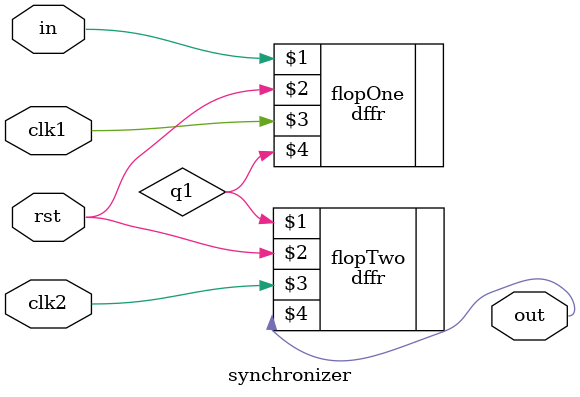
<source format=v>
module synchronizer(clk1, clk2, rst, in, out);
parameter w=1;
	input clk1;
	input clk2;
	input rst;
	input [w-1:0] in;
	output [w-1:0] out;
	wire  [w-1:0] q1;
	dffr #(w) flopOne   (in, rst, clk1, q1);
	dffr #(w) flopTwo   (q1, rst, clk2, out);
endmodule
</source>
